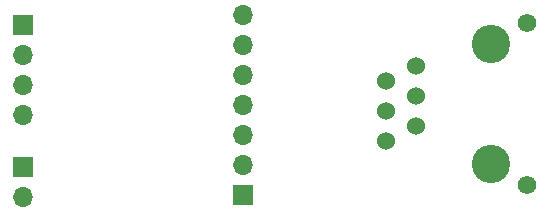
<source format=gbr>
G04 #@! TF.GenerationSoftware,KiCad,Pcbnew,5.0.2-bee76a0~70~ubuntu18.04.1*
G04 #@! TF.CreationDate,2019-08-19T22:40:07+02:00*
G04 #@! TF.ProjectId,differential_uart,64696666-6572-4656-9e74-69616c5f7561,rev?*
G04 #@! TF.SameCoordinates,Original*
G04 #@! TF.FileFunction,Copper,L1,Top*
G04 #@! TF.FilePolarity,Positive*
%FSLAX46Y46*%
G04 Gerber Fmt 4.6, Leading zero omitted, Abs format (unit mm)*
G04 Created by KiCad (PCBNEW 5.0.2-bee76a0~70~ubuntu18.04.1) date Mo 19 Aug 2019 22:40:07 CEST*
%MOMM*%
%LPD*%
G01*
G04 APERTURE LIST*
G04 #@! TA.AperFunction,WasherPad*
%ADD10C,3.250000*%
G04 #@! TD*
G04 #@! TA.AperFunction,ComponentPad*
%ADD11C,1.570000*%
G04 #@! TD*
G04 #@! TA.AperFunction,ComponentPad*
%ADD12C,1.524000*%
G04 #@! TD*
G04 #@! TA.AperFunction,ComponentPad*
%ADD13O,1.700000X1.700000*%
G04 #@! TD*
G04 #@! TA.AperFunction,ComponentPad*
%ADD14R,1.700000X1.700000*%
G04 #@! TD*
G04 APERTURE END LIST*
D10*
G04 #@! TO.P,J9,*
G04 #@! TO.N,*
X43100000Y-5940000D03*
X43100000Y-16100000D03*
D11*
G04 #@! TO.P,J9,8*
G04 #@! TO.N,GND*
X46150000Y-4160000D03*
G04 #@! TO.P,J9,7*
X46150000Y-17880000D03*
D12*
G04 #@! TO.P,J9,6*
G04 #@! TO.N,Y1*
X36750000Y-7840000D03*
G04 #@! TO.P,J9,5*
G04 #@! TO.N,Z0*
X36750000Y-10380000D03*
G04 #@! TO.P,J9,4*
G04 #@! TO.N,Z1*
X34210000Y-9110000D03*
G04 #@! TO.P,J9,3*
G04 #@! TO.N,Y0*
X34210000Y-11650000D03*
G04 #@! TO.P,J9,2*
G04 #@! TO.N,IO_1*
X36750000Y-12920000D03*
G04 #@! TO.P,J9,1*
G04 #@! TO.N,IO_0*
X34210000Y-14190000D03*
G04 #@! TD*
D13*
G04 #@! TO.P,J10,7*
G04 #@! TO.N,Z1*
X22100000Y-3480000D03*
G04 #@! TO.P,J10,6*
G04 #@! TO.N,Y1*
X22100000Y-6020000D03*
G04 #@! TO.P,J10,5*
G04 #@! TO.N,Y0*
X22100000Y-8560000D03*
G04 #@! TO.P,J10,4*
G04 #@! TO.N,Z0*
X22100000Y-11100000D03*
G04 #@! TO.P,J10,3*
G04 #@! TO.N,IO_0*
X22100000Y-13640000D03*
G04 #@! TO.P,J10,2*
G04 #@! TO.N,IO_1*
X22100000Y-16180000D03*
D14*
G04 #@! TO.P,J10,1*
G04 #@! TO.N,GND*
X22100000Y-18720000D03*
G04 #@! TD*
D13*
G04 #@! TO.P,J11,2*
G04 #@! TO.N,IO_1*
X3523066Y-18918729D03*
D14*
G04 #@! TO.P,J11,1*
G04 #@! TO.N,IO_0*
X3523066Y-16378729D03*
G04 #@! TD*
G04 #@! TO.P,J12,1*
G04 #@! TO.N,+3V3*
X3523066Y-4378729D03*
D13*
G04 #@! TO.P,J12,2*
G04 #@! TO.N,TX_1*
X3523066Y-6918729D03*
G04 #@! TO.P,J12,3*
G04 #@! TO.N,GND*
X3523066Y-9458729D03*
G04 #@! TO.P,J12,4*
G04 #@! TO.N,RX_0*
X3523066Y-11998729D03*
G04 #@! TD*
M02*

</source>
